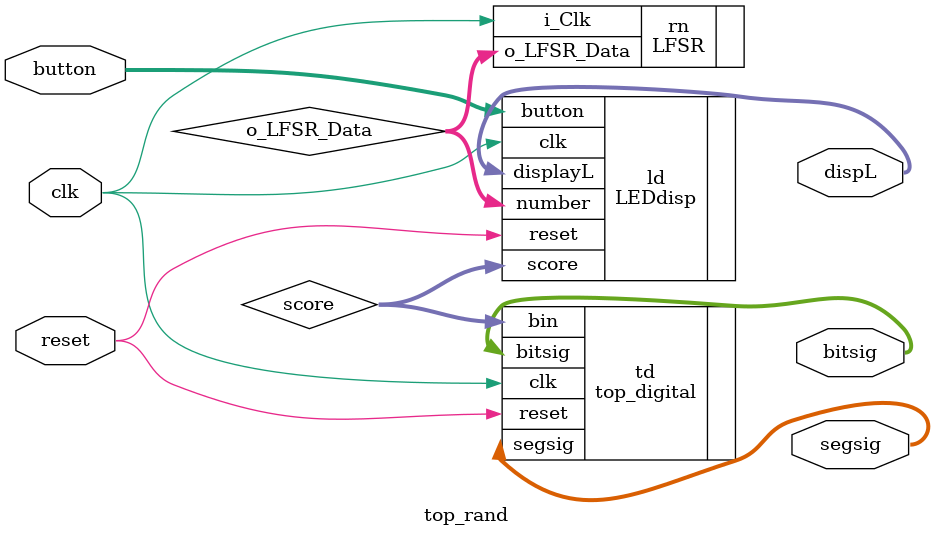
<source format=v>
`timescale 1ns / 1ps
module top_rand(clk,reset,dispL,button,segsig,bitsig);
input clk;
input reset;
//input i_Enable;
output [7:0] dispL;
wire [5:0] score;
output [7:0] segsig;
output [2:0] bitsig;
wire [2:0] o_LFSR_Data;
wire new_clk;
//output start;
input [7:0] button;

LFSR rn(
	.i_Clk(clk),
	//.i_Enable(i_Enable),
	.o_LFSR_Data(o_LFSR_Data)
	);
//clock_halfhz dh(
//	.clk(clk),
//	.reset(reset),
//	.new_clk(new_clk)
//	);
LEDdisp ld(
	.number(o_LFSR_Data),
	.displayL(dispL),
	.reset(reset),
	.clk(clk),
	.button(button),
	.score(score)
//	.start(start)
	);
top_digital td(
		.clk(clk),
		.reset(reset),
		.bin(score),
		.segsig(segsig),
		.bitsig(bitsig)
	);

endmodule



</source>
